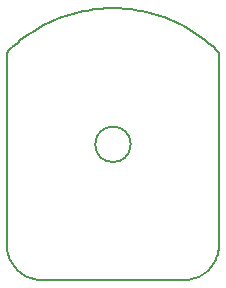
<source format=gbr>
%TF.GenerationSoftware,KiCad,Pcbnew,(5.1.10)-1*%
%TF.CreationDate,2021-10-07T10:54:52-05:00*%
%TF.ProjectId,BYTE_Magnetic,42595445-5f4d-4616-976e-657469632e6b,rev?*%
%TF.SameCoordinates,Original*%
%TF.FileFunction,Profile,NP*%
%FSLAX46Y46*%
G04 Gerber Fmt 4.6, Leading zero omitted, Abs format (unit mm)*
G04 Created by KiCad (PCBNEW (5.1.10)-1) date 2021-10-07 10:54:52*
%MOMM*%
%LPD*%
G01*
G04 APERTURE LIST*
%TA.AperFunction,Profile*%
%ADD10C,0.200000*%
%TD*%
G04 APERTURE END LIST*
D10*
X175979974Y-123150004D02*
X187979978Y-123150004D01*
X188567960Y-123091796D02*
X188711232Y-123060046D01*
X190475921Y-121816506D02*
X190554370Y-121692152D01*
X190889491Y-120882528D02*
X190921797Y-120739653D01*
X189392639Y-122798109D02*
X189520248Y-122726672D01*
X190203877Y-122165756D02*
X190300582Y-122051985D01*
X189261829Y-122864255D02*
X189392639Y-122798109D01*
X190391308Y-121935568D02*
X190475921Y-121816506D01*
X188276469Y-123136775D02*
X188422969Y-123118254D01*
X189644363Y-122647297D02*
X189764775Y-122562630D01*
X190921797Y-120739653D02*
X190947091Y-120594133D01*
X190554370Y-121692152D02*
X190626548Y-121562506D01*
X189520248Y-122726672D02*
X189644363Y-122647297D01*
X190850280Y-121022757D02*
X190889491Y-120882528D01*
X189881245Y-122472672D02*
X189993481Y-122374776D01*
X190692324Y-121432861D02*
X190751617Y-121297923D01*
X187979978Y-123150004D02*
X188128726Y-123147359D01*
X190947091Y-120594133D02*
X190965294Y-120448612D01*
X188991478Y-122975380D02*
X189128030Y-122922463D01*
X189764775Y-122562630D02*
X189881245Y-122472672D01*
X188852467Y-123020359D02*
X188991478Y-122975380D01*
X190626548Y-121562506D02*
X190692324Y-121432861D01*
X188422969Y-123118254D02*
X188567960Y-123091796D01*
X190300582Y-122051985D02*
X190391308Y-121935568D01*
X190101297Y-122271589D02*
X190203877Y-122165756D01*
X189993481Y-122374776D02*
X190101297Y-122271589D01*
X188128726Y-123147359D02*
X188276469Y-123136775D01*
X189128030Y-122922463D02*
X189261829Y-122864255D01*
X190804295Y-121162986D02*
X190850280Y-121022757D01*
X188711232Y-123060046D02*
X188852467Y-123020359D01*
X190751617Y-121297923D02*
X190804295Y-121162986D01*
X182296417Y-100155096D02*
X181979976Y-100152450D01*
X190976274Y-120300445D02*
X190979952Y-120152279D01*
X184170464Y-100342950D02*
X183861711Y-100292679D01*
X182926315Y-100186846D02*
X182611909Y-100165679D01*
X190754342Y-103679341D02*
X190523811Y-103462383D01*
X190523811Y-103462383D02*
X190288517Y-103253363D01*
X189555252Y-102663343D02*
X189302178Y-102480780D01*
X189044977Y-102303510D02*
X188783781Y-102131531D01*
X181663535Y-100155096D02*
X181348043Y-100165679D01*
X188249985Y-101811385D02*
X187977623Y-101660573D01*
X187977623Y-101660573D02*
X187701821Y-101515052D01*
X187422686Y-101380115D02*
X187140350Y-101250469D01*
X185386720Y-100618116D02*
X185085731Y-100538741D01*
X186275534Y-100901220D02*
X185981767Y-100800678D01*
X184782598Y-100464658D02*
X184477473Y-100398512D01*
X180098241Y-100292679D02*
X179789488Y-100342950D01*
X180720447Y-100213304D02*
X180408604Y-100247700D01*
X187701821Y-101515052D02*
X187422686Y-101380115D01*
X185981767Y-100800678D02*
X185685434Y-100705428D01*
X183551348Y-100247700D02*
X183239505Y-100213304D01*
X185085731Y-100538741D02*
X184782598Y-100464658D01*
X181348043Y-100165679D02*
X181033637Y-100186846D01*
X181979976Y-100152450D02*
X181663535Y-100155096D01*
X190979952Y-103901591D02*
X190754342Y-103679341D01*
X190288517Y-103253363D02*
X190048567Y-103049634D01*
X190048567Y-103049634D02*
X189804092Y-102853842D01*
X189302178Y-102480780D02*
X189044977Y-102303510D01*
X187140350Y-101250469D02*
X186854971Y-101126115D01*
X186854971Y-101126115D02*
X186566655Y-101009699D01*
X190965294Y-120448612D02*
X190976274Y-120300445D01*
X190979952Y-120152279D02*
X190979952Y-103901591D01*
X182611909Y-100165679D02*
X182296417Y-100155096D01*
X189804092Y-102853842D02*
X189555252Y-102663343D01*
X188518748Y-101967489D02*
X188249985Y-101811385D01*
X185685434Y-100705428D02*
X185386720Y-100618116D01*
X183239505Y-100213304D02*
X182926315Y-100186846D01*
X180408604Y-100247700D02*
X180098241Y-100292679D01*
X186566655Y-101009699D02*
X186275534Y-100901220D01*
X183861711Y-100292679D02*
X183551348Y-100247700D01*
X181033637Y-100186846D02*
X180720447Y-100213304D01*
X188783781Y-102131531D02*
X188518748Y-101967489D01*
X184477473Y-100398512D02*
X184170464Y-100342950D01*
X178573232Y-100618116D02*
X178274518Y-100705428D01*
X176819602Y-101250469D02*
X176537266Y-101380115D01*
X175982329Y-101660573D02*
X175709967Y-101811385D01*
X179789488Y-100342950D02*
X179482479Y-100398512D01*
X179482479Y-100398512D02*
X179177354Y-100464658D01*
X179177354Y-100464658D02*
X178874221Y-100538741D01*
X177684418Y-100901220D02*
X177393297Y-101009699D01*
X177104981Y-101126115D02*
X176819602Y-101250469D01*
X178274518Y-100705428D02*
X177978185Y-100800678D01*
X178874221Y-100538741D02*
X178573232Y-100618116D01*
X177978185Y-100800678D02*
X177684418Y-100901220D01*
X177393297Y-101009699D02*
X177104981Y-101126115D01*
X176258131Y-101515052D02*
X175982329Y-101660573D01*
X176537266Y-101380115D02*
X176258131Y-101515052D01*
X175248720Y-123060046D02*
X175391992Y-123091796D01*
X172983678Y-120300445D02*
X172994658Y-120448612D01*
X173568644Y-121935568D02*
X173659370Y-122051985D01*
X173012861Y-120594133D02*
X173038155Y-120739653D01*
X173267628Y-121432861D02*
X173333404Y-121562506D01*
X173405582Y-121692152D02*
X173484031Y-121816506D01*
X173038155Y-120739653D02*
X173070461Y-120882528D01*
X173109672Y-121022757D02*
X173155657Y-121162986D01*
X175391992Y-123091796D02*
X175536983Y-123118254D01*
X175709967Y-101811385D02*
X175441204Y-101967489D01*
X173205610Y-103679341D02*
X172980000Y-103901591D01*
X175441204Y-101967489D02*
X175176171Y-102131531D01*
X175176171Y-102131531D02*
X174914975Y-102303510D01*
X173208335Y-121297923D02*
X173267628Y-121432861D01*
X174914975Y-102303510D02*
X174657774Y-102480780D01*
X174657774Y-102480780D02*
X174404700Y-102663343D01*
X175831226Y-123147359D02*
X175979974Y-123150004D01*
X173911385Y-103049634D02*
X173671435Y-103253363D01*
X174195177Y-122562630D02*
X174315589Y-122647297D01*
X174315589Y-122647297D02*
X174439704Y-122726672D01*
X174567313Y-122798109D02*
X174698123Y-122864255D01*
X175683483Y-123136775D02*
X175831226Y-123147359D01*
X173436141Y-103462383D02*
X173205610Y-103679341D01*
X173155657Y-121162986D02*
X173208335Y-121297923D01*
X173333404Y-121562506D02*
X173405582Y-121692152D01*
X173659370Y-122051985D02*
X173756075Y-122165756D01*
X175536983Y-123118254D02*
X175683483Y-123136775D01*
X183488426Y-111669178D02*
G75*
G03*
X183488426Y-111669178I-1500000J0D01*
G01*
X172994658Y-120448612D02*
X173012861Y-120594133D01*
X174698123Y-122864255D02*
X174831922Y-122922463D01*
X175107485Y-123020359D02*
X175248720Y-123060046D01*
X173756075Y-122165756D02*
X173858655Y-122271589D01*
X173966471Y-122374776D02*
X174078707Y-122472672D01*
X174078707Y-122472672D02*
X174195177Y-122562630D01*
X174831922Y-122922463D02*
X174968474Y-122975380D01*
X174968474Y-122975380D02*
X175107485Y-123020359D01*
X174404700Y-102663343D02*
X174155860Y-102853842D01*
X174439704Y-122726672D02*
X174567313Y-122798109D01*
X174155860Y-102853842D02*
X173911385Y-103049634D01*
X173671435Y-103253363D02*
X173436141Y-103462383D01*
X173858655Y-122271589D02*
X173966471Y-122374776D01*
X173484031Y-121816506D02*
X173568644Y-121935568D01*
X172980000Y-103901591D02*
X172980000Y-120152279D01*
X173070461Y-120882528D02*
X173109672Y-121022757D01*
X172980000Y-120152279D02*
X172983678Y-120300445D01*
M02*

</source>
